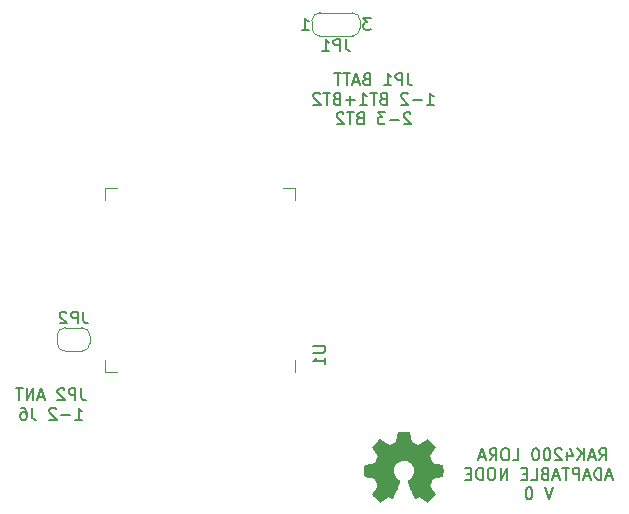
<source format=gbr>
G04 #@! TF.GenerationSoftware,KiCad,Pcbnew,5.1.5-52549c5~86~ubuntu18.04.1*
G04 #@! TF.CreationDate,2020-07-25T12:46:57-05:00*
G04 #@! TF.ProjectId,RAK4200_LORA_ADAPTABLE_NODE,52414b34-3230-4305-9f4c-4f52415f4144,rev?*
G04 #@! TF.SameCoordinates,Original*
G04 #@! TF.FileFunction,Legend,Bot*
G04 #@! TF.FilePolarity,Positive*
%FSLAX46Y46*%
G04 Gerber Fmt 4.6, Leading zero omitted, Abs format (unit mm)*
G04 Created by KiCad (PCBNEW 5.1.5-52549c5~86~ubuntu18.04.1) date 2020-07-25 12:46:57*
%MOMM*%
%LPD*%
G04 APERTURE LIST*
%ADD10C,0.150000*%
%ADD11C,0.010000*%
%ADD12C,0.120000*%
%ADD13O,1.802000X1.802000*%
%ADD14C,1.802000*%
%ADD15C,2.102000*%
%ADD16C,2.742000*%
%ADD17C,0.100000*%
%ADD18R,1.102000X1.602000*%
%ADD19C,2.502000*%
%ADD20R,2.502000X2.502000*%
%ADD21R,0.802000X2.002000*%
%ADD22C,3.102000*%
G04 APERTURE END LIST*
D10*
X110497619Y-133692380D02*
X110497619Y-134406666D01*
X110545238Y-134549523D01*
X110640476Y-134644761D01*
X110783333Y-134692380D01*
X110878571Y-134692380D01*
X110021428Y-134692380D02*
X110021428Y-133692380D01*
X109640476Y-133692380D01*
X109545238Y-133740000D01*
X109497619Y-133787619D01*
X109450000Y-133882857D01*
X109450000Y-134025714D01*
X109497619Y-134120952D01*
X109545238Y-134168571D01*
X109640476Y-134216190D01*
X110021428Y-134216190D01*
X109069047Y-133787619D02*
X109021428Y-133740000D01*
X108926190Y-133692380D01*
X108688095Y-133692380D01*
X108592857Y-133740000D01*
X108545238Y-133787619D01*
X108497619Y-133882857D01*
X108497619Y-133978095D01*
X108545238Y-134120952D01*
X109116666Y-134692380D01*
X108497619Y-134692380D01*
X107354761Y-134406666D02*
X106878571Y-134406666D01*
X107450000Y-134692380D02*
X107116666Y-133692380D01*
X106783333Y-134692380D01*
X106450000Y-134692380D02*
X106450000Y-133692380D01*
X105878571Y-134692380D01*
X105878571Y-133692380D01*
X105545238Y-133692380D02*
X104973809Y-133692380D01*
X105259523Y-134692380D02*
X105259523Y-133692380D01*
X109997619Y-136342380D02*
X110569047Y-136342380D01*
X110283333Y-136342380D02*
X110283333Y-135342380D01*
X110378571Y-135485238D01*
X110473809Y-135580476D01*
X110569047Y-135628095D01*
X109569047Y-135961428D02*
X108807142Y-135961428D01*
X108378571Y-135437619D02*
X108330952Y-135390000D01*
X108235714Y-135342380D01*
X107997619Y-135342380D01*
X107902380Y-135390000D01*
X107854761Y-135437619D01*
X107807142Y-135532857D01*
X107807142Y-135628095D01*
X107854761Y-135770952D01*
X108426190Y-136342380D01*
X107807142Y-136342380D01*
X106330952Y-135342380D02*
X106330952Y-136056666D01*
X106378571Y-136199523D01*
X106473809Y-136294761D01*
X106616666Y-136342380D01*
X106711904Y-136342380D01*
X105426190Y-135342380D02*
X105616666Y-135342380D01*
X105711904Y-135390000D01*
X105759523Y-135437619D01*
X105854761Y-135580476D01*
X105902380Y-135770952D01*
X105902380Y-136151904D01*
X105854761Y-136247142D01*
X105807142Y-136294761D01*
X105711904Y-136342380D01*
X105521428Y-136342380D01*
X105426190Y-136294761D01*
X105378571Y-136247142D01*
X105330952Y-136151904D01*
X105330952Y-135913809D01*
X105378571Y-135818571D01*
X105426190Y-135770952D01*
X105521428Y-135723333D01*
X105711904Y-135723333D01*
X105807142Y-135770952D01*
X105854761Y-135818571D01*
X105902380Y-135913809D01*
X138159761Y-107022380D02*
X138159761Y-107736666D01*
X138207380Y-107879523D01*
X138302619Y-107974761D01*
X138445476Y-108022380D01*
X138540714Y-108022380D01*
X137683571Y-108022380D02*
X137683571Y-107022380D01*
X137302619Y-107022380D01*
X137207380Y-107070000D01*
X137159761Y-107117619D01*
X137112142Y-107212857D01*
X137112142Y-107355714D01*
X137159761Y-107450952D01*
X137207380Y-107498571D01*
X137302619Y-107546190D01*
X137683571Y-107546190D01*
X136159761Y-108022380D02*
X136731190Y-108022380D01*
X136445476Y-108022380D02*
X136445476Y-107022380D01*
X136540714Y-107165238D01*
X136635952Y-107260476D01*
X136731190Y-107308095D01*
X134635952Y-107498571D02*
X134493095Y-107546190D01*
X134445476Y-107593809D01*
X134397857Y-107689047D01*
X134397857Y-107831904D01*
X134445476Y-107927142D01*
X134493095Y-107974761D01*
X134588333Y-108022380D01*
X134969285Y-108022380D01*
X134969285Y-107022380D01*
X134635952Y-107022380D01*
X134540714Y-107070000D01*
X134493095Y-107117619D01*
X134445476Y-107212857D01*
X134445476Y-107308095D01*
X134493095Y-107403333D01*
X134540714Y-107450952D01*
X134635952Y-107498571D01*
X134969285Y-107498571D01*
X134016904Y-107736666D02*
X133540714Y-107736666D01*
X134112142Y-108022380D02*
X133778809Y-107022380D01*
X133445476Y-108022380D01*
X133255000Y-107022380D02*
X132683571Y-107022380D01*
X132969285Y-108022380D02*
X132969285Y-107022380D01*
X132493095Y-107022380D02*
X131921666Y-107022380D01*
X132207380Y-108022380D02*
X132207380Y-107022380D01*
X139778809Y-109672380D02*
X140350238Y-109672380D01*
X140064523Y-109672380D02*
X140064523Y-108672380D01*
X140159761Y-108815238D01*
X140255000Y-108910476D01*
X140350238Y-108958095D01*
X139350238Y-109291428D02*
X138588333Y-109291428D01*
X138159761Y-108767619D02*
X138112142Y-108720000D01*
X138016904Y-108672380D01*
X137778809Y-108672380D01*
X137683571Y-108720000D01*
X137635952Y-108767619D01*
X137588333Y-108862857D01*
X137588333Y-108958095D01*
X137635952Y-109100952D01*
X138207380Y-109672380D01*
X137588333Y-109672380D01*
X136064523Y-109148571D02*
X135921666Y-109196190D01*
X135874047Y-109243809D01*
X135826428Y-109339047D01*
X135826428Y-109481904D01*
X135874047Y-109577142D01*
X135921666Y-109624761D01*
X136016904Y-109672380D01*
X136397857Y-109672380D01*
X136397857Y-108672380D01*
X136064523Y-108672380D01*
X135969285Y-108720000D01*
X135921666Y-108767619D01*
X135874047Y-108862857D01*
X135874047Y-108958095D01*
X135921666Y-109053333D01*
X135969285Y-109100952D01*
X136064523Y-109148571D01*
X136397857Y-109148571D01*
X135540714Y-108672380D02*
X134969285Y-108672380D01*
X135255000Y-109672380D02*
X135255000Y-108672380D01*
X134112142Y-109672380D02*
X134683571Y-109672380D01*
X134397857Y-109672380D02*
X134397857Y-108672380D01*
X134493095Y-108815238D01*
X134588333Y-108910476D01*
X134683571Y-108958095D01*
X133683571Y-109291428D02*
X132921666Y-109291428D01*
X133302619Y-109672380D02*
X133302619Y-108910476D01*
X132112142Y-109148571D02*
X131969285Y-109196190D01*
X131921666Y-109243809D01*
X131874047Y-109339047D01*
X131874047Y-109481904D01*
X131921666Y-109577142D01*
X131969285Y-109624761D01*
X132064523Y-109672380D01*
X132445476Y-109672380D01*
X132445476Y-108672380D01*
X132112142Y-108672380D01*
X132016904Y-108720000D01*
X131969285Y-108767619D01*
X131921666Y-108862857D01*
X131921666Y-108958095D01*
X131969285Y-109053333D01*
X132016904Y-109100952D01*
X132112142Y-109148571D01*
X132445476Y-109148571D01*
X131588333Y-108672380D02*
X131016904Y-108672380D01*
X131302619Y-109672380D02*
X131302619Y-108672380D01*
X130731190Y-108767619D02*
X130683571Y-108720000D01*
X130588333Y-108672380D01*
X130350238Y-108672380D01*
X130255000Y-108720000D01*
X130207380Y-108767619D01*
X130159761Y-108862857D01*
X130159761Y-108958095D01*
X130207380Y-109100952D01*
X130778809Y-109672380D01*
X130159761Y-109672380D01*
X138374047Y-110417619D02*
X138326428Y-110370000D01*
X138231190Y-110322380D01*
X137993095Y-110322380D01*
X137897857Y-110370000D01*
X137850238Y-110417619D01*
X137802619Y-110512857D01*
X137802619Y-110608095D01*
X137850238Y-110750952D01*
X138421666Y-111322380D01*
X137802619Y-111322380D01*
X137374047Y-110941428D02*
X136612142Y-110941428D01*
X136231190Y-110322380D02*
X135612142Y-110322380D01*
X135945476Y-110703333D01*
X135802619Y-110703333D01*
X135707380Y-110750952D01*
X135659761Y-110798571D01*
X135612142Y-110893809D01*
X135612142Y-111131904D01*
X135659761Y-111227142D01*
X135707380Y-111274761D01*
X135802619Y-111322380D01*
X136088333Y-111322380D01*
X136183571Y-111274761D01*
X136231190Y-111227142D01*
X134088333Y-110798571D02*
X133945476Y-110846190D01*
X133897857Y-110893809D01*
X133850238Y-110989047D01*
X133850238Y-111131904D01*
X133897857Y-111227142D01*
X133945476Y-111274761D01*
X134040714Y-111322380D01*
X134421666Y-111322380D01*
X134421666Y-110322380D01*
X134088333Y-110322380D01*
X133993095Y-110370000D01*
X133945476Y-110417619D01*
X133897857Y-110512857D01*
X133897857Y-110608095D01*
X133945476Y-110703333D01*
X133993095Y-110750952D01*
X134088333Y-110798571D01*
X134421666Y-110798571D01*
X133564523Y-110322380D02*
X132993095Y-110322380D01*
X133278809Y-111322380D02*
X133278809Y-110322380D01*
X132707380Y-110417619D02*
X132659761Y-110370000D01*
X132564523Y-110322380D01*
X132326428Y-110322380D01*
X132231190Y-110370000D01*
X132183571Y-110417619D01*
X132135952Y-110512857D01*
X132135952Y-110608095D01*
X132183571Y-110750952D01*
X132755000Y-111322380D01*
X132135952Y-111322380D01*
X154367857Y-139772380D02*
X154701190Y-139296190D01*
X154939285Y-139772380D02*
X154939285Y-138772380D01*
X154558333Y-138772380D01*
X154463095Y-138820000D01*
X154415476Y-138867619D01*
X154367857Y-138962857D01*
X154367857Y-139105714D01*
X154415476Y-139200952D01*
X154463095Y-139248571D01*
X154558333Y-139296190D01*
X154939285Y-139296190D01*
X153986904Y-139486666D02*
X153510714Y-139486666D01*
X154082142Y-139772380D02*
X153748809Y-138772380D01*
X153415476Y-139772380D01*
X153082142Y-139772380D02*
X153082142Y-138772380D01*
X152510714Y-139772380D02*
X152939285Y-139200952D01*
X152510714Y-138772380D02*
X153082142Y-139343809D01*
X151653571Y-139105714D02*
X151653571Y-139772380D01*
X151891666Y-138724761D02*
X152129761Y-139439047D01*
X151510714Y-139439047D01*
X151177380Y-138867619D02*
X151129761Y-138820000D01*
X151034523Y-138772380D01*
X150796428Y-138772380D01*
X150701190Y-138820000D01*
X150653571Y-138867619D01*
X150605952Y-138962857D01*
X150605952Y-139058095D01*
X150653571Y-139200952D01*
X151225000Y-139772380D01*
X150605952Y-139772380D01*
X149986904Y-138772380D02*
X149891666Y-138772380D01*
X149796428Y-138820000D01*
X149748809Y-138867619D01*
X149701190Y-138962857D01*
X149653571Y-139153333D01*
X149653571Y-139391428D01*
X149701190Y-139581904D01*
X149748809Y-139677142D01*
X149796428Y-139724761D01*
X149891666Y-139772380D01*
X149986904Y-139772380D01*
X150082142Y-139724761D01*
X150129761Y-139677142D01*
X150177380Y-139581904D01*
X150225000Y-139391428D01*
X150225000Y-139153333D01*
X150177380Y-138962857D01*
X150129761Y-138867619D01*
X150082142Y-138820000D01*
X149986904Y-138772380D01*
X149034523Y-138772380D02*
X148939285Y-138772380D01*
X148844047Y-138820000D01*
X148796428Y-138867619D01*
X148748809Y-138962857D01*
X148701190Y-139153333D01*
X148701190Y-139391428D01*
X148748809Y-139581904D01*
X148796428Y-139677142D01*
X148844047Y-139724761D01*
X148939285Y-139772380D01*
X149034523Y-139772380D01*
X149129761Y-139724761D01*
X149177380Y-139677142D01*
X149225000Y-139581904D01*
X149272619Y-139391428D01*
X149272619Y-139153333D01*
X149225000Y-138962857D01*
X149177380Y-138867619D01*
X149129761Y-138820000D01*
X149034523Y-138772380D01*
X147034523Y-139772380D02*
X147510714Y-139772380D01*
X147510714Y-138772380D01*
X146510714Y-138772380D02*
X146320238Y-138772380D01*
X146225000Y-138820000D01*
X146129761Y-138915238D01*
X146082142Y-139105714D01*
X146082142Y-139439047D01*
X146129761Y-139629523D01*
X146225000Y-139724761D01*
X146320238Y-139772380D01*
X146510714Y-139772380D01*
X146605952Y-139724761D01*
X146701190Y-139629523D01*
X146748809Y-139439047D01*
X146748809Y-139105714D01*
X146701190Y-138915238D01*
X146605952Y-138820000D01*
X146510714Y-138772380D01*
X145082142Y-139772380D02*
X145415476Y-139296190D01*
X145653571Y-139772380D02*
X145653571Y-138772380D01*
X145272619Y-138772380D01*
X145177380Y-138820000D01*
X145129761Y-138867619D01*
X145082142Y-138962857D01*
X145082142Y-139105714D01*
X145129761Y-139200952D01*
X145177380Y-139248571D01*
X145272619Y-139296190D01*
X145653571Y-139296190D01*
X144701190Y-139486666D02*
X144225000Y-139486666D01*
X144796428Y-139772380D02*
X144463095Y-138772380D01*
X144129761Y-139772380D01*
X155439285Y-141136666D02*
X154963095Y-141136666D01*
X155534523Y-141422380D02*
X155201190Y-140422380D01*
X154867857Y-141422380D01*
X154534523Y-141422380D02*
X154534523Y-140422380D01*
X154296428Y-140422380D01*
X154153571Y-140470000D01*
X154058333Y-140565238D01*
X154010714Y-140660476D01*
X153963095Y-140850952D01*
X153963095Y-140993809D01*
X154010714Y-141184285D01*
X154058333Y-141279523D01*
X154153571Y-141374761D01*
X154296428Y-141422380D01*
X154534523Y-141422380D01*
X153582142Y-141136666D02*
X153105952Y-141136666D01*
X153677380Y-141422380D02*
X153344047Y-140422380D01*
X153010714Y-141422380D01*
X152677380Y-141422380D02*
X152677380Y-140422380D01*
X152296428Y-140422380D01*
X152201190Y-140470000D01*
X152153571Y-140517619D01*
X152105952Y-140612857D01*
X152105952Y-140755714D01*
X152153571Y-140850952D01*
X152201190Y-140898571D01*
X152296428Y-140946190D01*
X152677380Y-140946190D01*
X151820238Y-140422380D02*
X151248809Y-140422380D01*
X151534523Y-141422380D02*
X151534523Y-140422380D01*
X150963095Y-141136666D02*
X150486904Y-141136666D01*
X151058333Y-141422380D02*
X150725000Y-140422380D01*
X150391666Y-141422380D01*
X149725000Y-140898571D02*
X149582142Y-140946190D01*
X149534523Y-140993809D01*
X149486904Y-141089047D01*
X149486904Y-141231904D01*
X149534523Y-141327142D01*
X149582142Y-141374761D01*
X149677380Y-141422380D01*
X150058333Y-141422380D01*
X150058333Y-140422380D01*
X149725000Y-140422380D01*
X149629761Y-140470000D01*
X149582142Y-140517619D01*
X149534523Y-140612857D01*
X149534523Y-140708095D01*
X149582142Y-140803333D01*
X149629761Y-140850952D01*
X149725000Y-140898571D01*
X150058333Y-140898571D01*
X148582142Y-141422380D02*
X149058333Y-141422380D01*
X149058333Y-140422380D01*
X148248809Y-140898571D02*
X147915476Y-140898571D01*
X147772619Y-141422380D02*
X148248809Y-141422380D01*
X148248809Y-140422380D01*
X147772619Y-140422380D01*
X146582142Y-141422380D02*
X146582142Y-140422380D01*
X146010714Y-141422380D01*
X146010714Y-140422380D01*
X145344047Y-140422380D02*
X145153571Y-140422380D01*
X145058333Y-140470000D01*
X144963095Y-140565238D01*
X144915476Y-140755714D01*
X144915476Y-141089047D01*
X144963095Y-141279523D01*
X145058333Y-141374761D01*
X145153571Y-141422380D01*
X145344047Y-141422380D01*
X145439285Y-141374761D01*
X145534523Y-141279523D01*
X145582142Y-141089047D01*
X145582142Y-140755714D01*
X145534523Y-140565238D01*
X145439285Y-140470000D01*
X145344047Y-140422380D01*
X144486904Y-141422380D02*
X144486904Y-140422380D01*
X144248809Y-140422380D01*
X144105952Y-140470000D01*
X144010714Y-140565238D01*
X143963095Y-140660476D01*
X143915476Y-140850952D01*
X143915476Y-140993809D01*
X143963095Y-141184285D01*
X144010714Y-141279523D01*
X144105952Y-141374761D01*
X144248809Y-141422380D01*
X144486904Y-141422380D01*
X143486904Y-140898571D02*
X143153571Y-140898571D01*
X143010714Y-141422380D02*
X143486904Y-141422380D01*
X143486904Y-140422380D01*
X143010714Y-140422380D01*
X150415476Y-142072380D02*
X150082142Y-143072380D01*
X149748809Y-142072380D01*
X148463095Y-142072380D02*
X148367857Y-142072380D01*
X148272619Y-142120000D01*
X148225000Y-142167619D01*
X148177380Y-142262857D01*
X148129761Y-142453333D01*
X148129761Y-142691428D01*
X148177380Y-142881904D01*
X148225000Y-142977142D01*
X148272619Y-143024761D01*
X148367857Y-143072380D01*
X148463095Y-143072380D01*
X148558333Y-143024761D01*
X148605952Y-142977142D01*
X148653571Y-142881904D01*
X148701190Y-142691428D01*
X148701190Y-142453333D01*
X148653571Y-142262857D01*
X148605952Y-142167619D01*
X148558333Y-142120000D01*
X148463095Y-142072380D01*
D11*
G36*
X137239186Y-137803931D02*
G01*
X137155365Y-138248555D01*
X136846080Y-138376053D01*
X136536794Y-138503551D01*
X136165754Y-138251246D01*
X136061843Y-138180996D01*
X135967913Y-138118272D01*
X135888348Y-138065938D01*
X135827530Y-138026857D01*
X135789843Y-138003893D01*
X135779579Y-137998942D01*
X135761090Y-138011676D01*
X135721580Y-138046882D01*
X135665478Y-138100062D01*
X135597213Y-138166718D01*
X135521214Y-138242354D01*
X135441908Y-138322472D01*
X135363725Y-138402574D01*
X135291093Y-138478164D01*
X135228441Y-138544745D01*
X135180197Y-138597818D01*
X135150790Y-138632887D01*
X135143759Y-138644623D01*
X135153877Y-138666260D01*
X135182241Y-138713662D01*
X135225871Y-138782193D01*
X135281782Y-138867215D01*
X135346994Y-138964093D01*
X135384781Y-139019350D01*
X135453657Y-139120248D01*
X135514860Y-139211299D01*
X135565422Y-139287970D01*
X135602372Y-139345728D01*
X135622742Y-139380043D01*
X135625803Y-139387254D01*
X135618864Y-139407748D01*
X135599949Y-139455513D01*
X135571913Y-139523832D01*
X135537609Y-139605989D01*
X135499891Y-139695270D01*
X135461613Y-139784958D01*
X135425630Y-139868338D01*
X135394794Y-139938694D01*
X135371961Y-139989310D01*
X135359983Y-140013471D01*
X135359276Y-140014422D01*
X135340469Y-140019036D01*
X135290382Y-140029328D01*
X135214207Y-140044287D01*
X135117135Y-140062901D01*
X135004357Y-140084159D01*
X134938558Y-140096418D01*
X134818050Y-140119362D01*
X134709203Y-140141195D01*
X134617524Y-140160722D01*
X134548519Y-140176748D01*
X134507696Y-140188079D01*
X134499489Y-140191674D01*
X134491452Y-140216006D01*
X134484967Y-140270959D01*
X134480030Y-140350108D01*
X134476636Y-140447026D01*
X134474782Y-140555287D01*
X134474462Y-140668465D01*
X134475673Y-140780135D01*
X134478410Y-140883868D01*
X134482669Y-140973241D01*
X134488445Y-141041826D01*
X134495733Y-141083197D01*
X134500105Y-141091810D01*
X134526236Y-141102133D01*
X134581607Y-141116892D01*
X134658893Y-141134352D01*
X134750770Y-141152780D01*
X134782842Y-141158741D01*
X134937476Y-141187066D01*
X135059625Y-141209876D01*
X135153327Y-141228080D01*
X135222616Y-141242583D01*
X135271529Y-141254292D01*
X135304103Y-141264115D01*
X135324372Y-141272956D01*
X135336374Y-141281724D01*
X135338053Y-141283457D01*
X135354816Y-141311371D01*
X135380386Y-141365695D01*
X135412212Y-141439777D01*
X135447740Y-141526965D01*
X135484417Y-141620608D01*
X135519689Y-141714052D01*
X135551004Y-141800647D01*
X135575807Y-141873740D01*
X135591546Y-141926678D01*
X135595668Y-141952811D01*
X135595324Y-141953726D01*
X135581359Y-141975086D01*
X135549678Y-142022084D01*
X135503609Y-142089827D01*
X135446482Y-142173423D01*
X135381627Y-142267982D01*
X135363157Y-142294854D01*
X135297301Y-142392275D01*
X135239350Y-142481163D01*
X135192462Y-142556412D01*
X135159793Y-142612920D01*
X135144500Y-142645581D01*
X135143759Y-142649593D01*
X135156608Y-142670684D01*
X135192112Y-142712464D01*
X135245707Y-142770445D01*
X135312829Y-142840135D01*
X135388913Y-142917045D01*
X135469396Y-142996683D01*
X135549713Y-143074561D01*
X135625301Y-143146186D01*
X135691595Y-143207070D01*
X135744031Y-143252721D01*
X135778045Y-143278650D01*
X135787455Y-143282883D01*
X135809357Y-143272912D01*
X135854200Y-143246020D01*
X135914679Y-143206736D01*
X135961211Y-143175117D01*
X136045525Y-143117098D01*
X136145374Y-143048784D01*
X136245527Y-142980579D01*
X136299373Y-142944075D01*
X136481629Y-142820800D01*
X136634619Y-142903520D01*
X136704318Y-142939759D01*
X136763586Y-142967926D01*
X136803689Y-142983991D01*
X136813897Y-142986226D01*
X136826171Y-142969722D01*
X136850387Y-142923082D01*
X136884737Y-142850609D01*
X136927412Y-142756606D01*
X136976606Y-142645374D01*
X137030510Y-142521215D01*
X137087316Y-142388432D01*
X137145218Y-142251327D01*
X137202407Y-142114202D01*
X137257076Y-141981358D01*
X137307416Y-141857098D01*
X137351620Y-141745725D01*
X137387881Y-141651539D01*
X137414391Y-141578844D01*
X137429342Y-141531941D01*
X137431746Y-141515833D01*
X137412689Y-141495286D01*
X137370964Y-141461933D01*
X137315294Y-141422702D01*
X137310622Y-141419599D01*
X137166736Y-141304423D01*
X137050717Y-141170053D01*
X136963570Y-141020784D01*
X136906301Y-140860913D01*
X136879914Y-140694737D01*
X136885415Y-140526552D01*
X136923810Y-140360655D01*
X136996105Y-140201342D01*
X137017374Y-140166487D01*
X137128004Y-140025737D01*
X137258698Y-139912714D01*
X137404936Y-139828003D01*
X137562192Y-139772194D01*
X137725943Y-139745874D01*
X137891667Y-139749630D01*
X138054838Y-139784050D01*
X138210935Y-139849723D01*
X138355433Y-139947235D01*
X138400131Y-139986813D01*
X138513888Y-140110703D01*
X138596782Y-140241124D01*
X138653644Y-140387315D01*
X138685313Y-140532088D01*
X138693131Y-140694860D01*
X138667062Y-140858440D01*
X138609755Y-141017298D01*
X138523856Y-141165906D01*
X138412014Y-141298735D01*
X138276877Y-141410256D01*
X138259117Y-141422011D01*
X138202850Y-141460508D01*
X138160077Y-141493863D01*
X138139628Y-141515160D01*
X138139331Y-141515833D01*
X138143721Y-141538871D01*
X138161124Y-141591157D01*
X138189732Y-141668390D01*
X138227735Y-141766268D01*
X138273326Y-141880491D01*
X138324697Y-142006758D01*
X138380038Y-142140767D01*
X138437542Y-142278218D01*
X138495399Y-142414808D01*
X138551802Y-142546237D01*
X138604942Y-142668205D01*
X138653010Y-142776409D01*
X138694199Y-142866549D01*
X138726699Y-142934323D01*
X138748703Y-142975430D01*
X138757564Y-142986226D01*
X138784640Y-142977819D01*
X138835303Y-142955272D01*
X138900817Y-142922613D01*
X138936841Y-142903520D01*
X139089832Y-142820800D01*
X139272088Y-142944075D01*
X139365125Y-143007228D01*
X139466985Y-143076727D01*
X139562438Y-143142165D01*
X139610250Y-143175117D01*
X139677495Y-143220273D01*
X139734436Y-143256057D01*
X139773646Y-143277938D01*
X139786381Y-143282563D01*
X139804917Y-143270085D01*
X139845941Y-143235252D01*
X139905475Y-143181678D01*
X139979542Y-143112983D01*
X140064165Y-143032781D01*
X140117685Y-142981286D01*
X140211319Y-142889286D01*
X140292241Y-142806999D01*
X140357177Y-142737945D01*
X140402858Y-142685644D01*
X140426011Y-142653616D01*
X140428232Y-142647116D01*
X140417924Y-142622394D01*
X140389439Y-142572405D01*
X140345937Y-142502212D01*
X140290577Y-142416875D01*
X140226520Y-142321456D01*
X140208303Y-142294854D01*
X140141927Y-142198167D01*
X140082378Y-142111117D01*
X140032984Y-142038595D01*
X139997075Y-141985493D01*
X139977981Y-141956703D01*
X139976136Y-141953726D01*
X139978895Y-141930782D01*
X139993538Y-141880336D01*
X140017513Y-141809041D01*
X140048266Y-141723547D01*
X140083244Y-141630507D01*
X140119893Y-141536574D01*
X140155661Y-141448399D01*
X140187994Y-141372634D01*
X140214338Y-141315931D01*
X140232142Y-141284943D01*
X140233407Y-141283457D01*
X140244294Y-141274601D01*
X140262682Y-141265843D01*
X140292606Y-141256277D01*
X140338103Y-141244996D01*
X140403209Y-141231093D01*
X140491961Y-141213663D01*
X140608393Y-141191798D01*
X140756542Y-141164591D01*
X140788618Y-141158741D01*
X140883686Y-141140374D01*
X140966565Y-141122405D01*
X141029930Y-141106569D01*
X141066458Y-141094600D01*
X141071356Y-141091810D01*
X141079427Y-141067072D01*
X141085987Y-141011790D01*
X141091033Y-140932389D01*
X141094559Y-140835296D01*
X141096561Y-140726938D01*
X141097036Y-140613740D01*
X141095977Y-140502128D01*
X141093382Y-140398529D01*
X141089246Y-140309368D01*
X141083563Y-140241072D01*
X141076331Y-140200066D01*
X141071971Y-140191674D01*
X141047698Y-140183208D01*
X140992426Y-140169435D01*
X140911662Y-140151550D01*
X140810912Y-140130748D01*
X140695683Y-140108223D01*
X140632902Y-140096418D01*
X140513787Y-140074151D01*
X140407565Y-140053979D01*
X140319427Y-140036915D01*
X140254566Y-140023969D01*
X140218174Y-140016155D01*
X140212184Y-140014422D01*
X140202061Y-139994890D01*
X140180662Y-139947843D01*
X140150839Y-139880003D01*
X140115445Y-139798091D01*
X140077332Y-139708828D01*
X140039353Y-139618935D01*
X140004360Y-139535135D01*
X139975206Y-139464147D01*
X139954743Y-139412694D01*
X139945823Y-139387497D01*
X139945657Y-139386396D01*
X139955769Y-139366519D01*
X139984117Y-139320777D01*
X140027723Y-139253717D01*
X140083606Y-139169884D01*
X140148787Y-139073826D01*
X140186679Y-139018650D01*
X140255725Y-138917481D01*
X140317050Y-138825630D01*
X140367663Y-138747744D01*
X140404571Y-138688469D01*
X140424782Y-138652451D01*
X140427701Y-138644377D01*
X140415153Y-138625584D01*
X140380463Y-138585457D01*
X140328063Y-138528493D01*
X140262384Y-138459185D01*
X140187856Y-138382031D01*
X140108913Y-138301525D01*
X140029983Y-138222163D01*
X139955500Y-138148440D01*
X139889894Y-138084852D01*
X139837596Y-138035894D01*
X139803039Y-138006061D01*
X139791478Y-137998942D01*
X139772654Y-138008953D01*
X139727631Y-138037078D01*
X139660787Y-138080454D01*
X139576499Y-138136218D01*
X139479144Y-138201506D01*
X139405707Y-138251246D01*
X139034667Y-138503551D01*
X138416095Y-138248555D01*
X138332275Y-137803931D01*
X138248454Y-137359307D01*
X137323006Y-137359307D01*
X137239186Y-137803931D01*
G37*
X137239186Y-137803931D02*
X137155365Y-138248555D01*
X136846080Y-138376053D01*
X136536794Y-138503551D01*
X136165754Y-138251246D01*
X136061843Y-138180996D01*
X135967913Y-138118272D01*
X135888348Y-138065938D01*
X135827530Y-138026857D01*
X135789843Y-138003893D01*
X135779579Y-137998942D01*
X135761090Y-138011676D01*
X135721580Y-138046882D01*
X135665478Y-138100062D01*
X135597213Y-138166718D01*
X135521214Y-138242354D01*
X135441908Y-138322472D01*
X135363725Y-138402574D01*
X135291093Y-138478164D01*
X135228441Y-138544745D01*
X135180197Y-138597818D01*
X135150790Y-138632887D01*
X135143759Y-138644623D01*
X135153877Y-138666260D01*
X135182241Y-138713662D01*
X135225871Y-138782193D01*
X135281782Y-138867215D01*
X135346994Y-138964093D01*
X135384781Y-139019350D01*
X135453657Y-139120248D01*
X135514860Y-139211299D01*
X135565422Y-139287970D01*
X135602372Y-139345728D01*
X135622742Y-139380043D01*
X135625803Y-139387254D01*
X135618864Y-139407748D01*
X135599949Y-139455513D01*
X135571913Y-139523832D01*
X135537609Y-139605989D01*
X135499891Y-139695270D01*
X135461613Y-139784958D01*
X135425630Y-139868338D01*
X135394794Y-139938694D01*
X135371961Y-139989310D01*
X135359983Y-140013471D01*
X135359276Y-140014422D01*
X135340469Y-140019036D01*
X135290382Y-140029328D01*
X135214207Y-140044287D01*
X135117135Y-140062901D01*
X135004357Y-140084159D01*
X134938558Y-140096418D01*
X134818050Y-140119362D01*
X134709203Y-140141195D01*
X134617524Y-140160722D01*
X134548519Y-140176748D01*
X134507696Y-140188079D01*
X134499489Y-140191674D01*
X134491452Y-140216006D01*
X134484967Y-140270959D01*
X134480030Y-140350108D01*
X134476636Y-140447026D01*
X134474782Y-140555287D01*
X134474462Y-140668465D01*
X134475673Y-140780135D01*
X134478410Y-140883868D01*
X134482669Y-140973241D01*
X134488445Y-141041826D01*
X134495733Y-141083197D01*
X134500105Y-141091810D01*
X134526236Y-141102133D01*
X134581607Y-141116892D01*
X134658893Y-141134352D01*
X134750770Y-141152780D01*
X134782842Y-141158741D01*
X134937476Y-141187066D01*
X135059625Y-141209876D01*
X135153327Y-141228080D01*
X135222616Y-141242583D01*
X135271529Y-141254292D01*
X135304103Y-141264115D01*
X135324372Y-141272956D01*
X135336374Y-141281724D01*
X135338053Y-141283457D01*
X135354816Y-141311371D01*
X135380386Y-141365695D01*
X135412212Y-141439777D01*
X135447740Y-141526965D01*
X135484417Y-141620608D01*
X135519689Y-141714052D01*
X135551004Y-141800647D01*
X135575807Y-141873740D01*
X135591546Y-141926678D01*
X135595668Y-141952811D01*
X135595324Y-141953726D01*
X135581359Y-141975086D01*
X135549678Y-142022084D01*
X135503609Y-142089827D01*
X135446482Y-142173423D01*
X135381627Y-142267982D01*
X135363157Y-142294854D01*
X135297301Y-142392275D01*
X135239350Y-142481163D01*
X135192462Y-142556412D01*
X135159793Y-142612920D01*
X135144500Y-142645581D01*
X135143759Y-142649593D01*
X135156608Y-142670684D01*
X135192112Y-142712464D01*
X135245707Y-142770445D01*
X135312829Y-142840135D01*
X135388913Y-142917045D01*
X135469396Y-142996683D01*
X135549713Y-143074561D01*
X135625301Y-143146186D01*
X135691595Y-143207070D01*
X135744031Y-143252721D01*
X135778045Y-143278650D01*
X135787455Y-143282883D01*
X135809357Y-143272912D01*
X135854200Y-143246020D01*
X135914679Y-143206736D01*
X135961211Y-143175117D01*
X136045525Y-143117098D01*
X136145374Y-143048784D01*
X136245527Y-142980579D01*
X136299373Y-142944075D01*
X136481629Y-142820800D01*
X136634619Y-142903520D01*
X136704318Y-142939759D01*
X136763586Y-142967926D01*
X136803689Y-142983991D01*
X136813897Y-142986226D01*
X136826171Y-142969722D01*
X136850387Y-142923082D01*
X136884737Y-142850609D01*
X136927412Y-142756606D01*
X136976606Y-142645374D01*
X137030510Y-142521215D01*
X137087316Y-142388432D01*
X137145218Y-142251327D01*
X137202407Y-142114202D01*
X137257076Y-141981358D01*
X137307416Y-141857098D01*
X137351620Y-141745725D01*
X137387881Y-141651539D01*
X137414391Y-141578844D01*
X137429342Y-141531941D01*
X137431746Y-141515833D01*
X137412689Y-141495286D01*
X137370964Y-141461933D01*
X137315294Y-141422702D01*
X137310622Y-141419599D01*
X137166736Y-141304423D01*
X137050717Y-141170053D01*
X136963570Y-141020784D01*
X136906301Y-140860913D01*
X136879914Y-140694737D01*
X136885415Y-140526552D01*
X136923810Y-140360655D01*
X136996105Y-140201342D01*
X137017374Y-140166487D01*
X137128004Y-140025737D01*
X137258698Y-139912714D01*
X137404936Y-139828003D01*
X137562192Y-139772194D01*
X137725943Y-139745874D01*
X137891667Y-139749630D01*
X138054838Y-139784050D01*
X138210935Y-139849723D01*
X138355433Y-139947235D01*
X138400131Y-139986813D01*
X138513888Y-140110703D01*
X138596782Y-140241124D01*
X138653644Y-140387315D01*
X138685313Y-140532088D01*
X138693131Y-140694860D01*
X138667062Y-140858440D01*
X138609755Y-141017298D01*
X138523856Y-141165906D01*
X138412014Y-141298735D01*
X138276877Y-141410256D01*
X138259117Y-141422011D01*
X138202850Y-141460508D01*
X138160077Y-141493863D01*
X138139628Y-141515160D01*
X138139331Y-141515833D01*
X138143721Y-141538871D01*
X138161124Y-141591157D01*
X138189732Y-141668390D01*
X138227735Y-141766268D01*
X138273326Y-141880491D01*
X138324697Y-142006758D01*
X138380038Y-142140767D01*
X138437542Y-142278218D01*
X138495399Y-142414808D01*
X138551802Y-142546237D01*
X138604942Y-142668205D01*
X138653010Y-142776409D01*
X138694199Y-142866549D01*
X138726699Y-142934323D01*
X138748703Y-142975430D01*
X138757564Y-142986226D01*
X138784640Y-142977819D01*
X138835303Y-142955272D01*
X138900817Y-142922613D01*
X138936841Y-142903520D01*
X139089832Y-142820800D01*
X139272088Y-142944075D01*
X139365125Y-143007228D01*
X139466985Y-143076727D01*
X139562438Y-143142165D01*
X139610250Y-143175117D01*
X139677495Y-143220273D01*
X139734436Y-143256057D01*
X139773646Y-143277938D01*
X139786381Y-143282563D01*
X139804917Y-143270085D01*
X139845941Y-143235252D01*
X139905475Y-143181678D01*
X139979542Y-143112983D01*
X140064165Y-143032781D01*
X140117685Y-142981286D01*
X140211319Y-142889286D01*
X140292241Y-142806999D01*
X140357177Y-142737945D01*
X140402858Y-142685644D01*
X140426011Y-142653616D01*
X140428232Y-142647116D01*
X140417924Y-142622394D01*
X140389439Y-142572405D01*
X140345937Y-142502212D01*
X140290577Y-142416875D01*
X140226520Y-142321456D01*
X140208303Y-142294854D01*
X140141927Y-142198167D01*
X140082378Y-142111117D01*
X140032984Y-142038595D01*
X139997075Y-141985493D01*
X139977981Y-141956703D01*
X139976136Y-141953726D01*
X139978895Y-141930782D01*
X139993538Y-141880336D01*
X140017513Y-141809041D01*
X140048266Y-141723547D01*
X140083244Y-141630507D01*
X140119893Y-141536574D01*
X140155661Y-141448399D01*
X140187994Y-141372634D01*
X140214338Y-141315931D01*
X140232142Y-141284943D01*
X140233407Y-141283457D01*
X140244294Y-141274601D01*
X140262682Y-141265843D01*
X140292606Y-141256277D01*
X140338103Y-141244996D01*
X140403209Y-141231093D01*
X140491961Y-141213663D01*
X140608393Y-141191798D01*
X140756542Y-141164591D01*
X140788618Y-141158741D01*
X140883686Y-141140374D01*
X140966565Y-141122405D01*
X141029930Y-141106569D01*
X141066458Y-141094600D01*
X141071356Y-141091810D01*
X141079427Y-141067072D01*
X141085987Y-141011790D01*
X141091033Y-140932389D01*
X141094559Y-140835296D01*
X141096561Y-140726938D01*
X141097036Y-140613740D01*
X141095977Y-140502128D01*
X141093382Y-140398529D01*
X141089246Y-140309368D01*
X141083563Y-140241072D01*
X141076331Y-140200066D01*
X141071971Y-140191674D01*
X141047698Y-140183208D01*
X140992426Y-140169435D01*
X140911662Y-140151550D01*
X140810912Y-140130748D01*
X140695683Y-140108223D01*
X140632902Y-140096418D01*
X140513787Y-140074151D01*
X140407565Y-140053979D01*
X140319427Y-140036915D01*
X140254566Y-140023969D01*
X140218174Y-140016155D01*
X140212184Y-140014422D01*
X140202061Y-139994890D01*
X140180662Y-139947843D01*
X140150839Y-139880003D01*
X140115445Y-139798091D01*
X140077332Y-139708828D01*
X140039353Y-139618935D01*
X140004360Y-139535135D01*
X139975206Y-139464147D01*
X139954743Y-139412694D01*
X139945823Y-139387497D01*
X139945657Y-139386396D01*
X139955769Y-139366519D01*
X139984117Y-139320777D01*
X140027723Y-139253717D01*
X140083606Y-139169884D01*
X140148787Y-139073826D01*
X140186679Y-139018650D01*
X140255725Y-138917481D01*
X140317050Y-138825630D01*
X140367663Y-138747744D01*
X140404571Y-138688469D01*
X140424782Y-138652451D01*
X140427701Y-138644377D01*
X140415153Y-138625584D01*
X140380463Y-138585457D01*
X140328063Y-138528493D01*
X140262384Y-138459185D01*
X140187856Y-138382031D01*
X140108913Y-138301525D01*
X140029983Y-138222163D01*
X139955500Y-138148440D01*
X139889894Y-138084852D01*
X139837596Y-138035894D01*
X139803039Y-138006061D01*
X139791478Y-137998942D01*
X139772654Y-138008953D01*
X139727631Y-138037078D01*
X139660787Y-138080454D01*
X139576499Y-138136218D01*
X139479144Y-138201506D01*
X139405707Y-138251246D01*
X139034667Y-138503551D01*
X138416095Y-138248555D01*
X138332275Y-137803931D01*
X138248454Y-137359307D01*
X137323006Y-137359307D01*
X137239186Y-137803931D01*
D12*
X110555000Y-128540000D02*
X109155000Y-128540000D01*
X108455000Y-129240000D02*
X108455000Y-129840000D01*
X109155000Y-130540000D02*
X110555000Y-130540000D01*
X111255000Y-129840000D02*
X111255000Y-129240000D01*
X111255000Y-129240000D02*
G75*
G03X110555000Y-128540000I-700000J0D01*
G01*
X110555000Y-130540000D02*
G75*
G03X111255000Y-129840000I0J700000D01*
G01*
X108455000Y-129840000D02*
G75*
G03X109155000Y-130540000I700000J0D01*
G01*
X109155000Y-128540000D02*
G75*
G03X108455000Y-129240000I0J-700000D01*
G01*
X130030000Y-103170000D02*
G75*
G03X130730000Y-103870000I700000J0D01*
G01*
X130730000Y-101870000D02*
G75*
G03X130030000Y-102570000I0J-700000D01*
G01*
X134130000Y-102570000D02*
G75*
G03X133430000Y-101870000I-700000J0D01*
G01*
X133430000Y-103870000D02*
G75*
G03X134130000Y-103170000I0J700000D01*
G01*
X130680000Y-103870000D02*
X133480000Y-103870000D01*
X134130000Y-103170000D02*
X134130000Y-102570000D01*
X133480000Y-101870000D02*
X130680000Y-101870000D01*
X130030000Y-102570000D02*
X130030000Y-103170000D01*
X112510000Y-117700000D02*
X112510000Y-116700000D01*
X113510000Y-116700000D02*
X112510000Y-116700000D01*
X112510000Y-131300000D02*
X112510000Y-132300000D01*
X113510000Y-132300000D02*
X112510000Y-132300000D01*
X128610000Y-116700000D02*
X128610000Y-117700000D01*
X127610000Y-116700000D02*
X128610000Y-116700000D01*
X128610000Y-132300000D02*
X128610000Y-131300000D01*
D10*
X110688333Y-127192380D02*
X110688333Y-127906666D01*
X110735952Y-128049523D01*
X110831190Y-128144761D01*
X110974047Y-128192380D01*
X111069285Y-128192380D01*
X110212142Y-128192380D02*
X110212142Y-127192380D01*
X109831190Y-127192380D01*
X109735952Y-127240000D01*
X109688333Y-127287619D01*
X109640714Y-127382857D01*
X109640714Y-127525714D01*
X109688333Y-127620952D01*
X109735952Y-127668571D01*
X109831190Y-127716190D01*
X110212142Y-127716190D01*
X109259761Y-127287619D02*
X109212142Y-127240000D01*
X109116904Y-127192380D01*
X108878809Y-127192380D01*
X108783571Y-127240000D01*
X108735952Y-127287619D01*
X108688333Y-127382857D01*
X108688333Y-127478095D01*
X108735952Y-127620952D01*
X109307380Y-128192380D01*
X108688333Y-128192380D01*
X132913333Y-104122380D02*
X132913333Y-104836666D01*
X132960952Y-104979523D01*
X133056190Y-105074761D01*
X133199047Y-105122380D01*
X133294285Y-105122380D01*
X132437142Y-105122380D02*
X132437142Y-104122380D01*
X132056190Y-104122380D01*
X131960952Y-104170000D01*
X131913333Y-104217619D01*
X131865714Y-104312857D01*
X131865714Y-104455714D01*
X131913333Y-104550952D01*
X131960952Y-104598571D01*
X132056190Y-104646190D01*
X132437142Y-104646190D01*
X130913333Y-105122380D02*
X131484761Y-105122380D01*
X131199047Y-105122380D02*
X131199047Y-104122380D01*
X131294285Y-104265238D01*
X131389523Y-104360476D01*
X131484761Y-104408095D01*
X129194285Y-103322380D02*
X129765714Y-103322380D01*
X129480000Y-103322380D02*
X129480000Y-102322380D01*
X129575238Y-102465238D01*
X129670476Y-102560476D01*
X129765714Y-102608095D01*
X135013333Y-102322380D02*
X134394285Y-102322380D01*
X134727619Y-102703333D01*
X134584761Y-102703333D01*
X134489523Y-102750952D01*
X134441904Y-102798571D01*
X134394285Y-102893809D01*
X134394285Y-103131904D01*
X134441904Y-103227142D01*
X134489523Y-103274761D01*
X134584761Y-103322380D01*
X134870476Y-103322380D01*
X134965714Y-103274761D01*
X135013333Y-103227142D01*
X130172380Y-130088095D02*
X130981904Y-130088095D01*
X131077142Y-130135714D01*
X131124761Y-130183333D01*
X131172380Y-130278571D01*
X131172380Y-130469047D01*
X131124761Y-130564285D01*
X131077142Y-130611904D01*
X130981904Y-130659523D01*
X130172380Y-130659523D01*
X131172380Y-131659523D02*
X131172380Y-131088095D01*
X131172380Y-131373809D02*
X130172380Y-131373809D01*
X130315238Y-131278571D01*
X130410476Y-131183333D01*
X130458095Y-131088095D01*
%LPC*%
D13*
X162495000Y-121885000D03*
X159955000Y-121885000D03*
X157415000Y-121885000D03*
X154875000Y-121885000D03*
X152335000Y-121885000D03*
X149795000Y-121885000D03*
X147255000Y-121885000D03*
X144715000Y-121885000D03*
X142175000Y-121885000D03*
X139635000Y-121885000D03*
D14*
X137095000Y-121885000D03*
D13*
X162495000Y-124425000D03*
X159955000Y-124425000D03*
X157415000Y-124425000D03*
X154875000Y-124425000D03*
X152335000Y-124425000D03*
X149795000Y-124425000D03*
X147255000Y-124425000D03*
X144715000Y-124425000D03*
X142175000Y-124425000D03*
X139635000Y-124425000D03*
D14*
X137095000Y-124425000D03*
D13*
X162495000Y-126965000D03*
X159955000Y-126965000D03*
X157415000Y-126965000D03*
X154875000Y-126965000D03*
X152335000Y-126965000D03*
X149795000Y-126965000D03*
X147255000Y-126965000D03*
X144715000Y-126965000D03*
X142175000Y-126965000D03*
X139635000Y-126965000D03*
D14*
X137095000Y-126965000D03*
X104775000Y-130810000D03*
D13*
X162495000Y-119345000D03*
X159955000Y-119345000D03*
X157415000Y-119345000D03*
X154875000Y-119345000D03*
X152335000Y-119345000D03*
X149795000Y-119345000D03*
X147255000Y-119345000D03*
X144715000Y-119345000D03*
X142175000Y-119345000D03*
X139635000Y-119345000D03*
D14*
X137095000Y-119345000D03*
D13*
X162495000Y-129505000D03*
X159955000Y-129505000D03*
X157415000Y-129505000D03*
X154875000Y-129505000D03*
X152335000Y-129505000D03*
X149795000Y-129505000D03*
X147255000Y-129505000D03*
X144715000Y-129505000D03*
X142175000Y-129505000D03*
X139635000Y-129505000D03*
D14*
X137095000Y-129505000D03*
D15*
X162290000Y-139915000D03*
X110300000Y-139915000D03*
D16*
X113060000Y-133920000D03*
X159540000Y-145910000D03*
D17*
G36*
X109198888Y-130340398D02*
G01*
X109180466Y-130340398D01*
X109175467Y-130340152D01*
X109126636Y-130335342D01*
X109121686Y-130334608D01*
X109073561Y-130325036D01*
X109068705Y-130323820D01*
X109021750Y-130309576D01*
X109017039Y-130307890D01*
X108971706Y-130289113D01*
X108967180Y-130286973D01*
X108923907Y-130263842D01*
X108919616Y-130261269D01*
X108878817Y-130234009D01*
X108874796Y-130231027D01*
X108836867Y-130199899D01*
X108833159Y-130196538D01*
X108798462Y-130161841D01*
X108795101Y-130158133D01*
X108763973Y-130120204D01*
X108760991Y-130116183D01*
X108733731Y-130075384D01*
X108731158Y-130071093D01*
X108708027Y-130027820D01*
X108705887Y-130023294D01*
X108687110Y-129977961D01*
X108685424Y-129973250D01*
X108671180Y-129926295D01*
X108669964Y-129921439D01*
X108660392Y-129873314D01*
X108659658Y-129868364D01*
X108654848Y-129819533D01*
X108654602Y-129814534D01*
X108654602Y-129796112D01*
X108654000Y-129790000D01*
X108654000Y-129290000D01*
X108654602Y-129283888D01*
X108654602Y-129265466D01*
X108654848Y-129260467D01*
X108659658Y-129211636D01*
X108660392Y-129206686D01*
X108669964Y-129158561D01*
X108671180Y-129153705D01*
X108685424Y-129106750D01*
X108687110Y-129102039D01*
X108705887Y-129056706D01*
X108708027Y-129052180D01*
X108731158Y-129008907D01*
X108733731Y-129004616D01*
X108760991Y-128963817D01*
X108763973Y-128959796D01*
X108795101Y-128921867D01*
X108798462Y-128918159D01*
X108833159Y-128883462D01*
X108836867Y-128880101D01*
X108874796Y-128848973D01*
X108878817Y-128845991D01*
X108919616Y-128818731D01*
X108923907Y-128816158D01*
X108967180Y-128793027D01*
X108971706Y-128790887D01*
X109017039Y-128772110D01*
X109021750Y-128770424D01*
X109068705Y-128756180D01*
X109073561Y-128754964D01*
X109121686Y-128745392D01*
X109126636Y-128744658D01*
X109175467Y-128739848D01*
X109180466Y-128739602D01*
X109198888Y-128739602D01*
X109205000Y-128739000D01*
X109705000Y-128739000D01*
X109714950Y-128739980D01*
X109724517Y-128742882D01*
X109733334Y-128747595D01*
X109741062Y-128753938D01*
X109747405Y-128761666D01*
X109752118Y-128770483D01*
X109755020Y-128780050D01*
X109756000Y-128790000D01*
X109756000Y-130290000D01*
X109755020Y-130299950D01*
X109752118Y-130309517D01*
X109747405Y-130318334D01*
X109741062Y-130326062D01*
X109733334Y-130332405D01*
X109724517Y-130337118D01*
X109714950Y-130340020D01*
X109705000Y-130341000D01*
X109205000Y-130341000D01*
X109198888Y-130340398D01*
G37*
G36*
X109995050Y-130340020D02*
G01*
X109985483Y-130337118D01*
X109976666Y-130332405D01*
X109968938Y-130326062D01*
X109962595Y-130318334D01*
X109957882Y-130309517D01*
X109954980Y-130299950D01*
X109954000Y-130290000D01*
X109954000Y-128790000D01*
X109954980Y-128780050D01*
X109957882Y-128770483D01*
X109962595Y-128761666D01*
X109968938Y-128753938D01*
X109976666Y-128747595D01*
X109985483Y-128742882D01*
X109995050Y-128739980D01*
X110005000Y-128739000D01*
X110505000Y-128739000D01*
X110511112Y-128739602D01*
X110529534Y-128739602D01*
X110534533Y-128739848D01*
X110583364Y-128744658D01*
X110588314Y-128745392D01*
X110636439Y-128754964D01*
X110641295Y-128756180D01*
X110688250Y-128770424D01*
X110692961Y-128772110D01*
X110738294Y-128790887D01*
X110742820Y-128793027D01*
X110786093Y-128816158D01*
X110790384Y-128818731D01*
X110831183Y-128845991D01*
X110835204Y-128848973D01*
X110873133Y-128880101D01*
X110876841Y-128883462D01*
X110911538Y-128918159D01*
X110914899Y-128921867D01*
X110946027Y-128959796D01*
X110949009Y-128963817D01*
X110976269Y-129004616D01*
X110978842Y-129008907D01*
X111001973Y-129052180D01*
X111004113Y-129056706D01*
X111022890Y-129102039D01*
X111024576Y-129106750D01*
X111038820Y-129153705D01*
X111040036Y-129158561D01*
X111049608Y-129206686D01*
X111050342Y-129211636D01*
X111055152Y-129260467D01*
X111055398Y-129265466D01*
X111055398Y-129283888D01*
X111056000Y-129290000D01*
X111056000Y-129790000D01*
X111055398Y-129796112D01*
X111055398Y-129814534D01*
X111055152Y-129819533D01*
X111050342Y-129868364D01*
X111049608Y-129873314D01*
X111040036Y-129921439D01*
X111038820Y-129926295D01*
X111024576Y-129973250D01*
X111022890Y-129977961D01*
X111004113Y-130023294D01*
X111001973Y-130027820D01*
X110978842Y-130071093D01*
X110976269Y-130075384D01*
X110949009Y-130116183D01*
X110946027Y-130120204D01*
X110914899Y-130158133D01*
X110911538Y-130161841D01*
X110876841Y-130196538D01*
X110873133Y-130199899D01*
X110835204Y-130231027D01*
X110831183Y-130234009D01*
X110790384Y-130261269D01*
X110786093Y-130263842D01*
X110742820Y-130286973D01*
X110738294Y-130289113D01*
X110692961Y-130307890D01*
X110688250Y-130309576D01*
X110641295Y-130323820D01*
X110636439Y-130325036D01*
X110588314Y-130334608D01*
X110583364Y-130335342D01*
X110534533Y-130340152D01*
X110529534Y-130340398D01*
X110511112Y-130340398D01*
X110505000Y-130341000D01*
X110005000Y-130341000D01*
X109995050Y-130340020D01*
G37*
D18*
X132080000Y-102870000D03*
D17*
G36*
X133386112Y-102069602D02*
G01*
X133404534Y-102069602D01*
X133409533Y-102069848D01*
X133458364Y-102074658D01*
X133463314Y-102075392D01*
X133511439Y-102084964D01*
X133516295Y-102086180D01*
X133563250Y-102100424D01*
X133567961Y-102102110D01*
X133613294Y-102120887D01*
X133617820Y-102123027D01*
X133661093Y-102146158D01*
X133665384Y-102148731D01*
X133706183Y-102175991D01*
X133710204Y-102178973D01*
X133748133Y-102210101D01*
X133751841Y-102213462D01*
X133786538Y-102248159D01*
X133789899Y-102251867D01*
X133821027Y-102289796D01*
X133824009Y-102293817D01*
X133851269Y-102334616D01*
X133853842Y-102338907D01*
X133876973Y-102382180D01*
X133879113Y-102386706D01*
X133897890Y-102432039D01*
X133899576Y-102436750D01*
X133913820Y-102483705D01*
X133915036Y-102488561D01*
X133924608Y-102536686D01*
X133925342Y-102541636D01*
X133930152Y-102590467D01*
X133930398Y-102595466D01*
X133930398Y-102613888D01*
X133931000Y-102620000D01*
X133931000Y-103120000D01*
X133930398Y-103126112D01*
X133930398Y-103144534D01*
X133930152Y-103149533D01*
X133925342Y-103198364D01*
X133924608Y-103203314D01*
X133915036Y-103251439D01*
X133913820Y-103256295D01*
X133899576Y-103303250D01*
X133897890Y-103307961D01*
X133879113Y-103353294D01*
X133876973Y-103357820D01*
X133853842Y-103401093D01*
X133851269Y-103405384D01*
X133824009Y-103446183D01*
X133821027Y-103450204D01*
X133789899Y-103488133D01*
X133786538Y-103491841D01*
X133751841Y-103526538D01*
X133748133Y-103529899D01*
X133710204Y-103561027D01*
X133706183Y-103564009D01*
X133665384Y-103591269D01*
X133661093Y-103593842D01*
X133617820Y-103616973D01*
X133613294Y-103619113D01*
X133567961Y-103637890D01*
X133563250Y-103639576D01*
X133516295Y-103653820D01*
X133511439Y-103655036D01*
X133463314Y-103664608D01*
X133458364Y-103665342D01*
X133409533Y-103670152D01*
X133404534Y-103670398D01*
X133386112Y-103670398D01*
X133380000Y-103671000D01*
X132830000Y-103671000D01*
X132820050Y-103670020D01*
X132810483Y-103667118D01*
X132801666Y-103662405D01*
X132793938Y-103656062D01*
X132787595Y-103648334D01*
X132782882Y-103639517D01*
X132779980Y-103629950D01*
X132779000Y-103620000D01*
X132779000Y-102120000D01*
X132779980Y-102110050D01*
X132782882Y-102100483D01*
X132787595Y-102091666D01*
X132793938Y-102083938D01*
X132801666Y-102077595D01*
X132810483Y-102072882D01*
X132820050Y-102069980D01*
X132830000Y-102069000D01*
X133380000Y-102069000D01*
X133386112Y-102069602D01*
G37*
G36*
X131339950Y-102069980D02*
G01*
X131349517Y-102072882D01*
X131358334Y-102077595D01*
X131366062Y-102083938D01*
X131372405Y-102091666D01*
X131377118Y-102100483D01*
X131380020Y-102110050D01*
X131381000Y-102120000D01*
X131381000Y-103620000D01*
X131380020Y-103629950D01*
X131377118Y-103639517D01*
X131372405Y-103648334D01*
X131366062Y-103656062D01*
X131358334Y-103662405D01*
X131349517Y-103667118D01*
X131339950Y-103670020D01*
X131330000Y-103671000D01*
X130780000Y-103671000D01*
X130773888Y-103670398D01*
X130755466Y-103670398D01*
X130750467Y-103670152D01*
X130701636Y-103665342D01*
X130696686Y-103664608D01*
X130648561Y-103655036D01*
X130643705Y-103653820D01*
X130596750Y-103639576D01*
X130592039Y-103637890D01*
X130546706Y-103619113D01*
X130542180Y-103616973D01*
X130498907Y-103593842D01*
X130494616Y-103591269D01*
X130453817Y-103564009D01*
X130449796Y-103561027D01*
X130411867Y-103529899D01*
X130408159Y-103526538D01*
X130373462Y-103491841D01*
X130370101Y-103488133D01*
X130338973Y-103450204D01*
X130335991Y-103446183D01*
X130308731Y-103405384D01*
X130306158Y-103401093D01*
X130283027Y-103357820D01*
X130280887Y-103353294D01*
X130262110Y-103307961D01*
X130260424Y-103303250D01*
X130246180Y-103256295D01*
X130244964Y-103251439D01*
X130235392Y-103203314D01*
X130234658Y-103198364D01*
X130229848Y-103149533D01*
X130229602Y-103144534D01*
X130229602Y-103126112D01*
X130229000Y-103120000D01*
X130229000Y-102620000D01*
X130229602Y-102613888D01*
X130229602Y-102595466D01*
X130229848Y-102590467D01*
X130234658Y-102541636D01*
X130235392Y-102536686D01*
X130244964Y-102488561D01*
X130246180Y-102483705D01*
X130260424Y-102436750D01*
X130262110Y-102432039D01*
X130280887Y-102386706D01*
X130283027Y-102382180D01*
X130306158Y-102338907D01*
X130308731Y-102334616D01*
X130335991Y-102293817D01*
X130338973Y-102289796D01*
X130370101Y-102251867D01*
X130373462Y-102248159D01*
X130408159Y-102213462D01*
X130411867Y-102210101D01*
X130449796Y-102178973D01*
X130453817Y-102175991D01*
X130494616Y-102148731D01*
X130498907Y-102146158D01*
X130542180Y-102123027D01*
X130546706Y-102120887D01*
X130592039Y-102102110D01*
X130596750Y-102100424D01*
X130643705Y-102086180D01*
X130648561Y-102084964D01*
X130696686Y-102075392D01*
X130701636Y-102074658D01*
X130750467Y-102069848D01*
X130755466Y-102069602D01*
X130773888Y-102069602D01*
X130780000Y-102069000D01*
X131330000Y-102069000D01*
X131339950Y-102069980D01*
G37*
D19*
X169910000Y-133335000D03*
X169910000Y-136835000D03*
D20*
X169910000Y-140335000D03*
D19*
X169910000Y-108400000D03*
X169910000Y-111900000D03*
D20*
X169910000Y-115400000D03*
D15*
X110220000Y-109085000D03*
X162210000Y-109085000D03*
D16*
X159450000Y-115080000D03*
X112970000Y-103090000D03*
D21*
X115310000Y-131850000D03*
X116310000Y-131850000D03*
X117310000Y-131850000D03*
X118310000Y-131850000D03*
X119310000Y-131850000D03*
X120310000Y-131850000D03*
X121310000Y-131850000D03*
X122310000Y-131850000D03*
X123310000Y-131850000D03*
X124310000Y-131850000D03*
X125310000Y-131850000D03*
X126310000Y-131850000D03*
X126310000Y-117150000D03*
X125310000Y-117150000D03*
X124310000Y-117150000D03*
X123310000Y-117150000D03*
X122310000Y-117150000D03*
X117310000Y-117150000D03*
X116310000Y-117150000D03*
X115310000Y-117150000D03*
D22*
X105500000Y-124500000D03*
X112500000Y-144500000D03*
X162500000Y-104500000D03*
X169500000Y-124500000D03*
M02*

</source>
